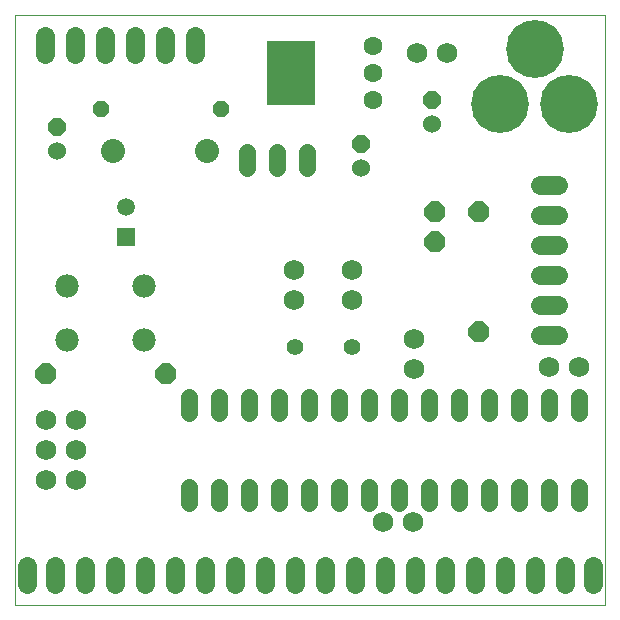
<source format=gts>
G75*
G70*
%OFA0B0*%
%FSLAX24Y24*%
%IPPOS*%
%LPD*%
%AMOC8*
5,1,8,0,0,1.08239X$1,22.5*
%
%ADD10C,0.0000*%
%ADD11C,0.0560*%
%ADD12C,0.0690*%
%ADD13OC8,0.0700*%
%ADD14C,0.0631*%
%ADD15R,0.1615X0.2166*%
%ADD16OC8,0.0600*%
%ADD17C,0.0600*%
%ADD18C,0.1930*%
%ADD19OC8,0.0560*%
%ADD20C,0.0800*%
%ADD21R,0.0594X0.0594*%
%ADD22C,0.0594*%
%ADD23C,0.0560*%
%ADD24C,0.0680*%
%ADD25C,0.0640*%
%ADD26C,0.0780*%
D10*
X005221Y001300D02*
X005221Y020985D01*
X024906Y020985D01*
X024906Y001300D01*
X005221Y001300D01*
D11*
X011021Y004710D02*
X011021Y005230D01*
X012021Y005230D02*
X012021Y004710D01*
X013021Y004710D02*
X013021Y005230D01*
X014021Y005230D02*
X014021Y004710D01*
X015021Y004710D02*
X015021Y005230D01*
X016021Y005230D02*
X016021Y004710D01*
X017021Y004710D02*
X017021Y005230D01*
X018021Y005230D02*
X018021Y004710D01*
X019021Y004710D02*
X019021Y005230D01*
X020021Y005230D02*
X020021Y004710D01*
X021021Y004710D02*
X021021Y005230D01*
X022021Y005230D02*
X022021Y004710D01*
X023021Y004710D02*
X023021Y005230D01*
X024021Y005230D02*
X024021Y004710D01*
X024021Y007710D02*
X024021Y008230D01*
X023021Y008230D02*
X023021Y007710D01*
X022021Y007710D02*
X022021Y008230D01*
X021021Y008230D02*
X021021Y007710D01*
X020021Y007710D02*
X020021Y008230D01*
X019021Y008230D02*
X019021Y007710D01*
X018021Y007710D02*
X018021Y008230D01*
X017021Y008230D02*
X017021Y007710D01*
X016021Y007710D02*
X016021Y008230D01*
X015021Y008230D02*
X015021Y007710D01*
X014021Y007710D02*
X014021Y008230D01*
X013021Y008230D02*
X013021Y007710D01*
X012021Y007710D02*
X012021Y008230D01*
X011021Y008230D02*
X011021Y007710D01*
X012962Y015886D02*
X012962Y016406D01*
X013962Y016406D02*
X013962Y015886D01*
X014962Y015886D02*
X014962Y016406D01*
D12*
X018626Y019698D03*
X019626Y019698D03*
X016462Y012488D03*
X016462Y011488D03*
X014537Y011473D03*
X014537Y012473D03*
X018531Y010172D03*
X018531Y009172D03*
X023026Y009245D03*
X024026Y009245D03*
X018503Y004066D03*
X017503Y004066D03*
D13*
X010251Y009013D03*
X006251Y009013D03*
X019236Y013415D03*
X019236Y014415D03*
X020681Y014392D03*
X020681Y010392D03*
D14*
X017177Y018144D03*
X017177Y019049D03*
X017177Y019955D03*
D15*
X014421Y019049D03*
D16*
X016775Y016662D03*
X019122Y018143D03*
X006637Y017246D03*
D17*
X006637Y016446D03*
X016775Y015862D03*
X019122Y017343D03*
D18*
X021388Y018001D03*
X022569Y019851D03*
X023711Y018001D03*
D19*
X012091Y017830D03*
X008091Y017830D03*
D20*
X008496Y016451D03*
X011645Y016451D03*
D21*
X008932Y013581D03*
D22*
X008932Y014565D03*
D23*
X014548Y009910D03*
X016448Y009910D03*
D24*
X007255Y007480D03*
X007255Y006480D03*
X006255Y006480D03*
X006255Y007480D03*
X006255Y005480D03*
X007255Y005480D03*
D25*
X007571Y002600D02*
X007571Y002000D01*
X008571Y002000D02*
X008571Y002600D01*
X009571Y002600D02*
X009571Y002000D01*
X010571Y002000D02*
X010571Y002600D01*
X011571Y002600D02*
X011571Y002000D01*
X012571Y002000D02*
X012571Y002600D01*
X013571Y002600D02*
X013571Y002000D01*
X014571Y002000D02*
X014571Y002600D01*
X015571Y002600D02*
X015571Y002000D01*
X016571Y002000D02*
X016571Y002600D01*
X017571Y002600D02*
X017571Y002000D01*
X018571Y002000D02*
X018571Y002600D01*
X019571Y002600D02*
X019571Y002000D01*
X020571Y002000D02*
X020571Y002600D01*
X021571Y002600D02*
X021571Y002000D01*
X022571Y002000D02*
X022571Y002600D01*
X023571Y002600D02*
X023571Y002000D01*
X024506Y002000D02*
X024506Y002600D01*
X023319Y010303D02*
X022719Y010303D01*
X022719Y011303D02*
X023319Y011303D01*
X023319Y012303D02*
X022719Y012303D01*
X022719Y013303D02*
X023319Y013303D01*
X023319Y014303D02*
X022719Y014303D01*
X022719Y015303D02*
X023319Y015303D01*
X011221Y019680D02*
X011221Y020280D01*
X010221Y020280D02*
X010221Y019680D01*
X009221Y019680D02*
X009221Y020280D01*
X008221Y020280D02*
X008221Y019680D01*
X007221Y019680D02*
X007221Y020280D01*
X006221Y020280D02*
X006221Y019680D01*
X006571Y002600D02*
X006571Y002000D01*
X005636Y002000D02*
X005636Y002600D01*
D26*
X006971Y010150D03*
X009531Y010150D03*
X009531Y011930D03*
X006971Y011930D03*
M02*

</source>
